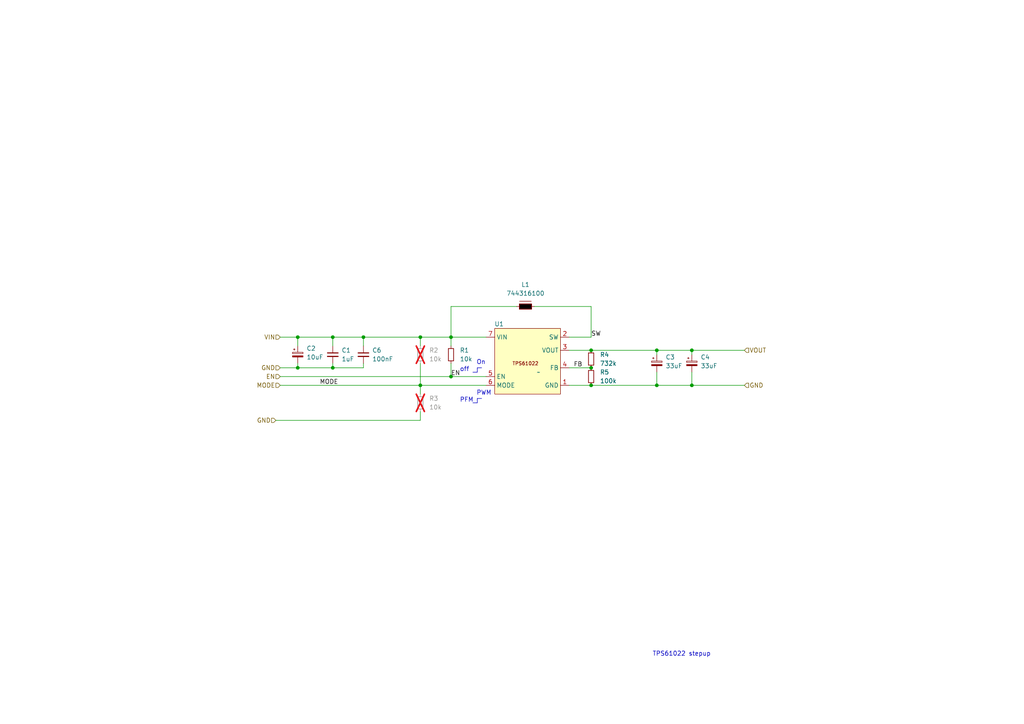
<source format=kicad_sch>
(kicad_sch (version 20230121) (generator eeschema)
  (paper "A4")
  (lib_symbols
    (symbol "Device:C_Polarized_Small" (pin_numbers hide) (pin_names (offset 0.254) hide)
      (property "Reference" "C" (at 0.254 1.778 0))
      (property "Value" "C_Polarized_Small" (at 0.254 -2.032 0))
      (symbol "C_Polarized_Small_0_1"
        (rectangle (start -1.524 -0.3048) (end 1.524 -0.6858) (fill (type outline)))
        (rectangle (start -1.524 0.6858) (end 1.524 0.3048))
        (polyline (pts (xy -1.27 1.524) (xy -0.762 1.524)))
        (polyline (pts (xy -1.016 1.27) (xy -1.016 1.778)))
      )
      (symbol "C_Polarized_Small_1_1"
        (pin passive line (at 0 2.54 270) (length 1.8542) (name "~") (number "1"))
        (pin passive line (at 0 -2.54 90) (length 1.8542) (name "~") (number "2"))
      )
    )
    (symbol "Device:C_Small" (pin_numbers hide) (pin_names (offset 0.254) hide)
      (property "Reference" "C" (at 0.254 1.778 0))
      (property "Value" "C_Small" (at 0.254 -2.032 0))
      (symbol "C_Small_0_1"
        (polyline (pts (xy -1.524 -0.508) (xy 1.524 -0.508)) (stroke (width 0.3302)))
        (polyline (pts (xy -1.524 0.508) (xy 1.524 0.508)) (stroke (width 0.3048)))
      )
      (symbol "C_Small_1_1"
        (pin passive line (at 0 2.54 270) (length 2.032) (name "~") (number "1"))
        (pin passive line (at 0 -2.54 90) (length 2.032) (name "~") (number "2"))
      )
    )
    (symbol "Device:R_Small" (pin_numbers hide) (pin_names (offset 0.254) hide)
      (property "Reference" "R" (at 0.762 0.508 0))
      (property "Value" "R_Small" (at 0.762 -1.016 0))
      (symbol "R_Small_0_1"
        (rectangle (start -0.762 1.778) (end 0.762 -1.778) (stroke (width 0.2032)))
      )
      (symbol "R_Small_1_1"
        (pin passive line (at 0 2.54 270) (length 0.762) (name "~") (number "1"))
        (pin passive line (at 0 -2.54 90) (length 0.762) (name "~") (number "2"))
      )
    )
    (symbol "TPS61022:744316100" (pin_numbers hide)
      (property "Reference" "L?" (at -1.27 -2.54 0))
      (property "Value" "744316100" (at 0 2.54 0))
      (symbol "744316100_1_1"
        (rectangle (start -1.7677 0.7466) (end 1.7883 -0.7774) (stroke (width 0.2032)) (fill (type color) (color 0 0 0 1)))
        (polyline (pts (xy -1.7109 1.5297) (xy 1.6763 1.5297)))
        (pin passive line (at -2.54 0 0) (length 0.762) (name "~") (number "1"))
        (pin passive line (at 2.54 0 180) (length 0.762) (name "~") (number "2"))
      )
    )
    (symbol "TPS61022:TPS61022"
      (property "Reference" "U?" (at -11.43 10.16 0))
      (symbol "TPS61022_1_1"
        (rectangle (start -12.7 8.89) (end 6.35 -10.16) (fill (type background)))
        (text "TPS61022" (at -3.81 -1.27 0) (effects (font (size 1 1))))
        (pin power_in line (at 8.89 -7.62 180) (length 2.54) (name "GND") (number "1"))
        (pin passive line (at 8.89 6.35 180) (length 2.54) (name "SW") (number "2"))
        (pin power_out line (at 8.89 2.54 180) (length 2.54) (name "VOUT") (number "3"))
        (pin input line (at 8.89 -2.54 180) (length 2.54) (name "FB") (number "4"))
        (pin input line (at -15.24 -5.08 0) (length 2.54) (name "EN") (number "5"))
        (pin input line (at -15.24 -7.62 0) (length 2.54) (name "MODE") (number "6"))
        (pin power_in line (at -15.24 6.35 0) (length 2.54) (name "VIN") (number "7"))
      )
    )
  )
  (junction (at 200.66 101.6))
  (junction (at 121.92 97.79))
  (junction (at 171.45 111.76))
  (junction (at 96.52 106.68))
  (junction (at 121.92 111.76))
  (junction (at 96.52 97.79))
  (junction (at 86.36 106.68))
  (junction (at 171.45 101.6))
  (junction (at 171.45 106.68))
  (junction (at 190.5 101.6))
  (junction (at 130.81 97.79))
  (junction (at 105.41 97.79))
  (junction (at 86.36 97.79))
  (junction (at 190.5 111.76))
  (junction (at 200.66 111.76))
  (junction (at 130.81 109.22))
  (wire (pts (xy 200.66 101.6) (xy 200.66 102.87)))
  (wire (pts (xy 171.45 88.9) (xy 154.94 88.9)))
  (wire (pts (xy 121.92 121.92) (xy 121.92 119.38)))
  (wire (pts (xy 121.92 97.79) (xy 121.92 100.33)))
  (wire (pts (xy 86.36 106.68) (xy 96.52 106.68)))
  (wire (pts (xy 81.28 97.79) (xy 86.36 97.79)))
  (wire (pts (xy 81.28 109.22) (xy 130.81 109.22)))
  (wire (pts (xy 130.81 105.41) (xy 130.81 109.22)))
  (wire (pts (xy 165.1 101.6) (xy 171.45 101.6)))
  (wire (pts (xy 121.92 105.41) (xy 121.92 111.76)))
  (wire (pts (xy 96.52 105.41) (xy 96.52 106.68)))
  (wire (pts (xy 121.92 111.76) (xy 121.92 114.3)))
  (wire (pts (xy 105.41 97.79) (xy 105.41 100.33)))
  (wire (pts (xy 149.86 88.9) (xy 130.81 88.9)))
  (polyline (pts (xy 137.16 107.95) (xy 138.43 107.95)))
  (wire (pts (xy 105.41 106.68) (xy 105.41 105.41)))
  (wire (pts (xy 200.66 111.76) (xy 215.9 111.76)))
  (wire (pts (xy 200.66 101.6) (xy 215.9 101.6)))
  (wire (pts (xy 86.36 97.79) (xy 96.52 97.79)))
  (wire (pts (xy 130.81 109.22) (xy 140.97 109.22)))
  (wire (pts (xy 190.5 101.6) (xy 190.5 102.87)))
  (wire (pts (xy 190.5 107.95) (xy 190.5 111.76)))
  (wire (pts (xy 80.01 121.92) (xy 121.92 121.92)))
  (wire (pts (xy 165.1 106.68) (xy 171.45 106.68)))
  (wire (pts (xy 130.81 88.9) (xy 130.81 97.79)))
  (wire (pts (xy 86.36 105.41) (xy 86.36 106.68)))
  (polyline (pts (xy 137.16 116.84) (xy 138.43 116.84)))
  (polyline (pts (xy 138.43 116.84) (xy 138.43 115.57)))
  (wire (pts (xy 165.1 111.76) (xy 171.45 111.76)))
  (wire (pts (xy 200.66 101.6) (xy 190.5 101.6)))
  (polyline (pts (xy 138.43 115.57) (xy 139.7 115.57)))
  (wire (pts (xy 190.5 101.6) (xy 171.45 101.6)))
  (wire (pts (xy 130.81 97.79) (xy 140.97 97.79)))
  (wire (pts (xy 190.5 111.76) (xy 200.66 111.76)))
  (wire (pts (xy 171.45 97.79) (xy 171.45 88.9)))
  (wire (pts (xy 121.92 111.76) (xy 140.97 111.76)))
  (wire (pts (xy 81.28 106.68) (xy 86.36 106.68)))
  (wire (pts (xy 86.36 97.79) (xy 86.36 100.33)))
  (wire (pts (xy 130.81 97.79) (xy 130.81 100.33)))
  (wire (pts (xy 105.41 97.79) (xy 121.92 97.79)))
  (wire (pts (xy 96.52 97.79) (xy 96.52 100.33)))
  (wire (pts (xy 171.45 111.76) (xy 190.5 111.76)))
  (wire (pts (xy 96.52 97.79) (xy 105.41 97.79)))
  (wire (pts (xy 96.52 106.68) (xy 105.41 106.68)))
  (wire (pts (xy 81.28 111.76) (xy 121.92 111.76)))
  (wire (pts (xy 200.66 107.95) (xy 200.66 111.76)))
  (wire (pts (xy 165.1 97.79) (xy 171.45 97.79)))
  (polyline (pts (xy 138.43 107.95) (xy 138.43 106.68)))
  (polyline (pts (xy 138.43 106.68) (xy 139.7 106.68)))
  (wire (pts (xy 121.92 97.79) (xy 130.81 97.79)))
  (text "     On\noff" (at 133.35 107.95 0) (effects (font (size 1.27 1.27)) (justify left bottom)))
  (text "     PWM\nPFM" (at 133.35 116.84 0) (effects (font (size 1.27 1.27)) (justify left bottom)))
  (text "TPS61022 stepup" (at 189.23 190.5 0) (effects (font (size 1.27 1.27)) (justify left bottom)))
  (label "FB" (at 166.37 106.68 0))
  (label "EN" (at 130.81 109.22 0))
  (label "SW" (at 171.45 97.79 0))
  (label "MODE" (at 92.71 111.76 0))
  (hierarchical_label "GND" (shape input) (at 80.01 121.92 180))
  (hierarchical_label "GND" (shape input) (at 215.9 111.76 0))
  (hierarchical_label "VIN" (shape input) (at 81.28 97.79 180))
  (hierarchical_label "EN" (shape input) (at 81.28 109.22 180))
  (hierarchical_label "VOUT" (shape input) (at 215.9 101.6 0))
  (hierarchical_label "MODE" (shape input) (at 81.28 111.76 180))
  (hierarchical_label "GND" (shape input) (at 81.28 106.68 180))
  (symbol (lib_id "Device:C_Polarized_Small") (at 190.5 105.41 0) (unit 1)
    (property "Reference" "C3" (at 193.04 103.5939 0) (effects (justify left)))
    (property "Value" "33uF" (at 193.04 106.1339 0) (effects (justify left)))
    (property "Footprint" "Capacitor_SMD:C_1210_3225Metric" (effects hide))
  )
  (symbol (lib_id "Device:R_Small") (at 171.45 109.22 0) (unit 1)
    (property "Reference" "R5" (at 173.99 107.95 0) (effects (justify left)))
    (property "Value" "100k" (at 173.99 110.49 0) (effects (justify left)))
    (property "Footprint" "Resistor_SMD:R_0603_1608Metric" (effects hide))
  )
  (symbol (lib_id "Device:C_Small") (at 105.41 102.87 0) (unit 1)
    (property "Reference" "C6" (at 107.95 101.6063 0) (effects (justify left)))
    (property "Value" "100nF" (at 107.95 104.1463 0) (effects (justify left)))
    (property "Footprint" "Capacitor_SMD:C_0402_1005Metric" (effects hide))
  )
  (symbol (lib_id "Device:R_Small") (at 121.92 102.87 0) (unit 1) (dnp yes)
    (property "Reference" "R2" (at 124.46 101.6 0) (effects (justify left)))
    (property "Value" "10k" (at 124.46 104.14 0) (effects (justify left)))
    (property "Footprint" "Resistor_SMD:R_0603_1608Metric" (effects hide))
  )
  (symbol (lib_id "Device:R_Small") (at 130.81 102.87 0) (unit 1)
    (property "Reference" "R1" (at 133.35 101.6 0) (effects (justify left)))
    (property "Value" "10k" (at 133.35 104.14 0) (effects (justify left)))
    (property "Footprint" "Resistor_SMD:R_0603_1608Metric" (effects hide))
  )
  (symbol (lib_id "Device:C_Small") (at 96.52 102.87 0) (unit 1)
    (property "Reference" "C1" (at 99.06 101.6063 0) (effects (justify left)))
    (property "Value" "1uF" (at 99.06 104.1463 0) (effects (justify left)))
    (property "Footprint" "Capacitor_SMD:C_0402_1005Metric" (effects hide))
  )
  (symbol (lib_id "Device:C_Polarized_Small") (at 86.36 102.87 0) (unit 1)
    (property "Reference" "C2" (at 88.9 101.0539 0) (effects (justify left)))
    (property "Value" "10uF" (at 88.9 103.5939 0) (effects (justify left)))
    (property "Footprint" "Capacitor_SMD:C_1210_3225Metric" (effects hide))
  )
  (symbol (lib_id "Device:R_Small") (at 121.92 116.84 0) (unit 1) (dnp yes)
    (property "Reference" "R3" (at 124.46 115.57 0) (effects (justify left)))
    (property "Value" "10k" (at 124.46 118.11 0) (effects (justify left)))
    (property "Footprint" "Resistor_SMD:R_0603_1608Metric" (effects hide))
  )
  (symbol (lib_id "Device:R_Small") (at 171.45 104.14 0) (unit 1)
    (property "Reference" "R4" (at 173.99 102.87 0) (effects (justify left)))
    (property "Value" "732k" (at 173.99 105.41 0) (effects (justify left)))
    (property "Footprint" "Resistor_SMD:R_0603_1608Metric" (effects hide))
  )
  (symbol (lib_id "TPS61022:744316100") (at 152.4 88.9 0) (unit 1)
    (property "Reference" "L1" (at 152.4103 82.55 0))
    (property "Value" "744316100" (at 152.4103 85.09 0))
    (property "Footprint" "TPS61022:744316100" (effects hide))
  )
  (symbol (lib_id "Device:C_Polarized_Small") (at 200.66 105.41 0) (unit 1)
    (property "Reference" "C4" (at 203.2 103.5939 0) (effects (justify left)))
    (property "Value" "33uF" (at 203.2 106.1339 0) (effects (justify left)))
    (property "Footprint" "Capacitor_SMD:C_1210_3225Metric" (effects hide))
  )
  (symbol (lib_id "TPS61022:TPS61022") (at 156.21 104.14 0) (unit 1)
    (property "Reference" "U1" (at 144.78 93.98 0))
    (property "Value" "~" (at 156.21 107.95 0))
    (property "Footprint" "TPS61022:TPS61022" (effects hide))
  )
)
</source>
